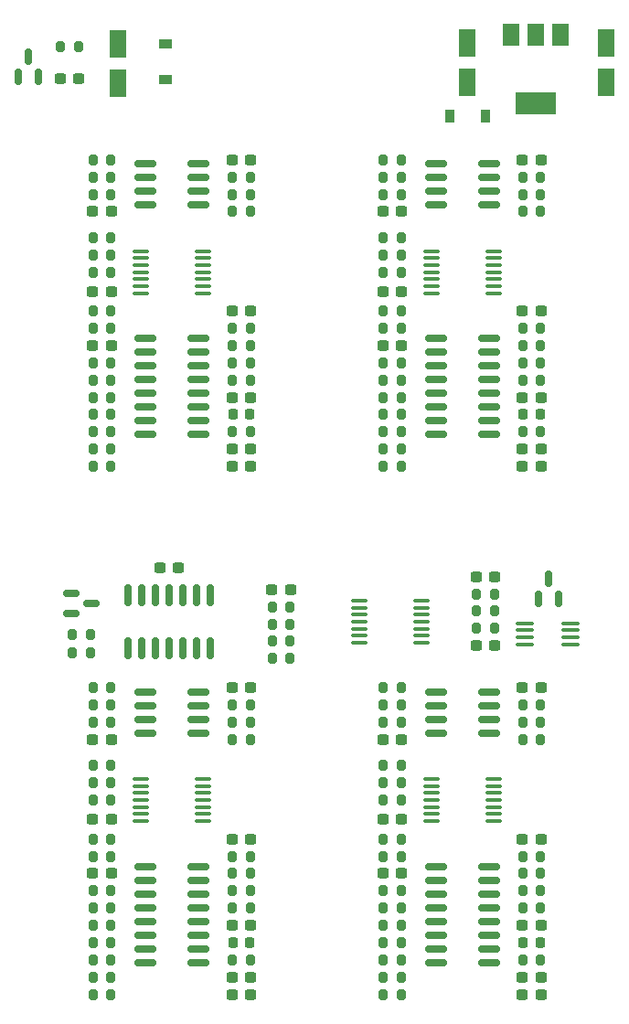
<source format=gbr>
%TF.GenerationSoftware,KiCad,Pcbnew,(6.0.11)*%
%TF.CreationDate,2023-04-16T18:13:22+01:00*%
%TF.ProjectId,Quadraphone,51756164-7261-4706-986f-6e652e6b6963,rev?*%
%TF.SameCoordinates,Original*%
%TF.FileFunction,Paste,Top*%
%TF.FilePolarity,Positive*%
%FSLAX46Y46*%
G04 Gerber Fmt 4.6, Leading zero omitted, Abs format (unit mm)*
G04 Created by KiCad (PCBNEW (6.0.11)) date 2023-04-16 18:13:22*
%MOMM*%
%LPD*%
G01*
G04 APERTURE LIST*
G04 Aperture macros list*
%AMRoundRect*
0 Rectangle with rounded corners*
0 $1 Rounding radius*
0 $2 $3 $4 $5 $6 $7 $8 $9 X,Y pos of 4 corners*
0 Add a 4 corners polygon primitive as box body*
4,1,4,$2,$3,$4,$5,$6,$7,$8,$9,$2,$3,0*
0 Add four circle primitives for the rounded corners*
1,1,$1+$1,$2,$3*
1,1,$1+$1,$4,$5*
1,1,$1+$1,$6,$7*
1,1,$1+$1,$8,$9*
0 Add four rect primitives between the rounded corners*
20,1,$1+$1,$2,$3,$4,$5,0*
20,1,$1+$1,$4,$5,$6,$7,0*
20,1,$1+$1,$6,$7,$8,$9,0*
20,1,$1+$1,$8,$9,$2,$3,0*%
G04 Aperture macros list end*
%ADD10RoundRect,0.237500X0.300000X0.237500X-0.300000X0.237500X-0.300000X-0.237500X0.300000X-0.237500X0*%
%ADD11RoundRect,0.218750X-0.218750X-0.256250X0.218750X-0.256250X0.218750X0.256250X-0.218750X0.256250X0*%
%ADD12RoundRect,0.200000X-0.200000X-0.275000X0.200000X-0.275000X0.200000X0.275000X-0.200000X0.275000X0*%
%ADD13RoundRect,0.237500X-0.300000X-0.237500X0.300000X-0.237500X0.300000X0.237500X-0.300000X0.237500X0*%
%ADD14RoundRect,0.200000X0.200000X0.275000X-0.200000X0.275000X-0.200000X-0.275000X0.200000X-0.275000X0*%
%ADD15RoundRect,0.150000X0.825000X0.150000X-0.825000X0.150000X-0.825000X-0.150000X0.825000X-0.150000X0*%
%ADD16RoundRect,0.150000X0.150000X-0.587500X0.150000X0.587500X-0.150000X0.587500X-0.150000X-0.587500X0*%
%ADD17RoundRect,0.150000X-0.150000X0.825000X-0.150000X-0.825000X0.150000X-0.825000X0.150000X0.825000X0*%
%ADD18RoundRect,0.100000X0.712500X0.100000X-0.712500X0.100000X-0.712500X-0.100000X0.712500X-0.100000X0*%
%ADD19RoundRect,0.100000X0.637500X0.100000X-0.637500X0.100000X-0.637500X-0.100000X0.637500X-0.100000X0*%
%ADD20RoundRect,0.250000X0.550000X-1.050000X0.550000X1.050000X-0.550000X1.050000X-0.550000X-1.050000X0*%
%ADD21RoundRect,0.150000X-0.587500X-0.150000X0.587500X-0.150000X0.587500X0.150000X-0.587500X0.150000X0*%
%ADD22R,1.200000X0.900000*%
%ADD23R,0.900000X1.200000*%
%ADD24RoundRect,0.150000X-0.825000X-0.150000X0.825000X-0.150000X0.825000X0.150000X-0.825000X0.150000X0*%
%ADD25R,1.500000X2.000000*%
%ADD26R,3.800000X2.000000*%
G04 APERTURE END LIST*
D10*
%TO.C,C40*%
X87362500Y-117400000D03*
X85637500Y-117400000D03*
%TD*%
D11*
%TO.C,D3*%
X71712500Y-87300000D03*
X73287500Y-87300000D03*
%TD*%
D12*
%TO.C,R2*%
X75375000Y-106700000D03*
X77025000Y-106700000D03*
%TD*%
D10*
%TO.C,C31*%
X73362500Y-141000000D03*
X71637500Y-141000000D03*
%TD*%
%TO.C,C4*%
X73362500Y-77700000D03*
X71637500Y-77700000D03*
%TD*%
D13*
%TO.C,C16*%
X98537500Y-85700000D03*
X100262500Y-85700000D03*
%TD*%
D14*
%TO.C,R82*%
X60425000Y-131400000D03*
X58775000Y-131400000D03*
%TD*%
D12*
%TO.C,R8*%
X71675000Y-82500000D03*
X73325000Y-82500000D03*
%TD*%
D14*
%TO.C,R95*%
X60425000Y-119800000D03*
X58775000Y-119800000D03*
%TD*%
%TO.C,R43*%
X87325000Y-92100000D03*
X85675000Y-92100000D03*
%TD*%
%TO.C,R4*%
X95925000Y-107100000D03*
X94275000Y-107100000D03*
%TD*%
%TO.C,R13*%
X87325000Y-128200000D03*
X85675000Y-128200000D03*
%TD*%
D15*
%TO.C,U18*%
X95475000Y-116805000D03*
X95475000Y-115535000D03*
X95475000Y-114265000D03*
X95475000Y-112995000D03*
X90525000Y-112995000D03*
X90525000Y-114265000D03*
X90525000Y-115535000D03*
X90525000Y-116805000D03*
%TD*%
D16*
%TO.C,U14*%
X100000000Y-104337500D03*
X101900000Y-104337500D03*
X100950000Y-102462500D03*
%TD*%
D10*
%TO.C,C9*%
X77062500Y-103500000D03*
X75337500Y-103500000D03*
%TD*%
D17*
%TO.C,U5*%
X69610000Y-104025000D03*
X68340000Y-104025000D03*
X67070000Y-104025000D03*
X65800000Y-104025000D03*
X64530000Y-104025000D03*
X63260000Y-104025000D03*
X61990000Y-104025000D03*
X61990000Y-108975000D03*
X63260000Y-108975000D03*
X64530000Y-108975000D03*
X65800000Y-108975000D03*
X67070000Y-108975000D03*
X68340000Y-108975000D03*
X69610000Y-108975000D03*
%TD*%
D18*
%TO.C,U3*%
X103012500Y-108575000D03*
X103012500Y-107925000D03*
X103012500Y-107275000D03*
X103012500Y-106625000D03*
X98787500Y-106625000D03*
X98787500Y-107275000D03*
X98787500Y-107925000D03*
X98787500Y-108575000D03*
%TD*%
D12*
%TO.C,R39*%
X85675000Y-85700000D03*
X87325000Y-85700000D03*
%TD*%
%TO.C,R22*%
X58775000Y-88900000D03*
X60425000Y-88900000D03*
%TD*%
%TO.C,R64*%
X85675000Y-137800000D03*
X87325000Y-137800000D03*
%TD*%
D10*
%TO.C,C33*%
X60462500Y-75900000D03*
X58737500Y-75900000D03*
%TD*%
D14*
%TO.C,R9*%
X73325000Y-88900000D03*
X71675000Y-88900000D03*
%TD*%
D12*
%TO.C,R44*%
X98575000Y-66900000D03*
X100225000Y-66900000D03*
%TD*%
D14*
%TO.C,R11*%
X60425000Y-72500000D03*
X58775000Y-72500000D03*
%TD*%
D11*
%TO.C,D5*%
X98612500Y-136200000D03*
X100187500Y-136200000D03*
%TD*%
D19*
%TO.C,U15*%
X68962500Y-124950000D03*
X68962500Y-124300000D03*
X68962500Y-123650000D03*
X68962500Y-123000000D03*
X68962500Y-122350000D03*
X68962500Y-121700000D03*
X68962500Y-121050000D03*
X63237500Y-121050000D03*
X63237500Y-121700000D03*
X63237500Y-122350000D03*
X63237500Y-123000000D03*
X63237500Y-123650000D03*
X63237500Y-124300000D03*
X63237500Y-124950000D03*
%TD*%
D12*
%TO.C,R21*%
X58775000Y-63700000D03*
X60425000Y-63700000D03*
%TD*%
D20*
%TO.C,C11*%
X93400000Y-56500000D03*
X93400000Y-52900000D03*
%TD*%
D12*
%TO.C,R29*%
X58775000Y-65300000D03*
X60425000Y-65300000D03*
%TD*%
%TO.C,R91*%
X71675000Y-117400000D03*
X73325000Y-117400000D03*
%TD*%
D13*
%TO.C,C22*%
X98537500Y-134600000D03*
X100262500Y-134600000D03*
%TD*%
D14*
%TO.C,R77*%
X60425000Y-121400000D03*
X58775000Y-121400000D03*
%TD*%
D12*
%TO.C,R34*%
X85675000Y-87300000D03*
X87325000Y-87300000D03*
%TD*%
%TO.C,R18*%
X58775000Y-87300000D03*
X60425000Y-87300000D03*
%TD*%
%TO.C,R92*%
X58775000Y-112600000D03*
X60425000Y-112600000D03*
%TD*%
D15*
%TO.C,U13*%
X95475000Y-67905000D03*
X95475000Y-66635000D03*
X95475000Y-65365000D03*
X95475000Y-64095000D03*
X90525000Y-64095000D03*
X90525000Y-65365000D03*
X90525000Y-66635000D03*
X90525000Y-67905000D03*
%TD*%
D10*
%TO.C,C35*%
X87362500Y-75900000D03*
X85637500Y-75900000D03*
%TD*%
D13*
%TO.C,C24*%
X98537500Y-112600000D03*
X100262500Y-112600000D03*
%TD*%
D12*
%TO.C,R7*%
X94275000Y-103900000D03*
X95925000Y-103900000D03*
%TD*%
D14*
%TO.C,R35*%
X87325000Y-77700000D03*
X85675000Y-77700000D03*
%TD*%
D10*
%TO.C,C29*%
X73362500Y-139400000D03*
X71637500Y-139400000D03*
%TD*%
%TO.C,C19*%
X100262500Y-92100000D03*
X98537500Y-92100000D03*
%TD*%
D14*
%TO.C,R5*%
X95925000Y-105500000D03*
X94275000Y-105500000D03*
%TD*%
D12*
%TO.C,R73*%
X98575000Y-114200000D03*
X100225000Y-114200000D03*
%TD*%
D15*
%TO.C,U16*%
X68575000Y-116805000D03*
X68575000Y-115535000D03*
X68575000Y-114265000D03*
X68575000Y-112995000D03*
X63625000Y-112995000D03*
X63625000Y-114265000D03*
X63625000Y-115535000D03*
X63625000Y-116805000D03*
%TD*%
D14*
%TO.C,R31*%
X87325000Y-72500000D03*
X85675000Y-72500000D03*
%TD*%
%TO.C,R75*%
X100225000Y-129800000D03*
X98575000Y-129800000D03*
%TD*%
%TO.C,R94*%
X60425000Y-139400000D03*
X58775000Y-139400000D03*
%TD*%
%TO.C,R76*%
X100225000Y-133000000D03*
X98575000Y-133000000D03*
%TD*%
D10*
%TO.C,C6*%
X73362500Y-90500000D03*
X71637500Y-90500000D03*
%TD*%
D14*
%TO.C,R24*%
X73325000Y-80900000D03*
X71675000Y-80900000D03*
%TD*%
D12*
%TO.C,R32*%
X85675000Y-84100000D03*
X87325000Y-84100000D03*
%TD*%
D14*
%TO.C,R63*%
X87325000Y-123000000D03*
X85675000Y-123000000D03*
%TD*%
D13*
%TO.C,C26*%
X58737500Y-129800000D03*
X60462500Y-129800000D03*
%TD*%
D10*
%TO.C,C25*%
X100262500Y-141000000D03*
X98537500Y-141000000D03*
%TD*%
D12*
%TO.C,R74*%
X85675000Y-114200000D03*
X87325000Y-114200000D03*
%TD*%
D19*
%TO.C,U11*%
X95862500Y-124950000D03*
X95862500Y-124300000D03*
X95862500Y-123650000D03*
X95862500Y-123000000D03*
X95862500Y-122350000D03*
X95862500Y-121700000D03*
X95862500Y-121050000D03*
X90137500Y-121050000D03*
X90137500Y-121700000D03*
X90137500Y-122350000D03*
X90137500Y-123000000D03*
X90137500Y-123650000D03*
X90137500Y-124300000D03*
X90137500Y-124950000D03*
%TD*%
D14*
%TO.C,R66*%
X87325000Y-141000000D03*
X85675000Y-141000000D03*
%TD*%
%TO.C,R89*%
X60425000Y-141000000D03*
X58775000Y-141000000D03*
%TD*%
D10*
%TO.C,C27*%
X73362500Y-126600000D03*
X71637500Y-126600000D03*
%TD*%
D12*
%TO.C,R68*%
X98575000Y-117400000D03*
X100225000Y-117400000D03*
%TD*%
%TO.C,R90*%
X71675000Y-115800000D03*
X73325000Y-115800000D03*
%TD*%
%TO.C,R17*%
X58775000Y-85700000D03*
X60425000Y-85700000D03*
%TD*%
D20*
%TO.C,C12*%
X61100000Y-56600000D03*
X61100000Y-53000000D03*
%TD*%
D12*
%TO.C,R87*%
X58775000Y-137800000D03*
X60425000Y-137800000D03*
%TD*%
D10*
%TO.C,C36*%
X87362500Y-68500000D03*
X85637500Y-68500000D03*
%TD*%
%TO.C,C15*%
X100262500Y-77700000D03*
X98537500Y-77700000D03*
%TD*%
D12*
%TO.C,R62*%
X85675000Y-134600000D03*
X87325000Y-134600000D03*
%TD*%
D10*
%TO.C,C21*%
X100262500Y-126600000D03*
X98537500Y-126600000D03*
%TD*%
D14*
%TO.C,R52*%
X100225000Y-80900000D03*
X98575000Y-80900000D03*
%TD*%
%TO.C,R23*%
X60425000Y-92100000D03*
X58775000Y-92100000D03*
%TD*%
D10*
%TO.C,C1*%
X95962500Y-108700000D03*
X94237500Y-108700000D03*
%TD*%
%TO.C,C8*%
X73362500Y-92100000D03*
X71637500Y-92100000D03*
%TD*%
%TO.C,C39*%
X87362500Y-124800000D03*
X85637500Y-124800000D03*
%TD*%
D14*
%TO.C,R47*%
X87325000Y-66900000D03*
X85675000Y-66900000D03*
%TD*%
D21*
%TO.C,Q1*%
X56762500Y-103850000D03*
X56762500Y-105750000D03*
X58637500Y-104800000D03*
%TD*%
D22*
%TO.C,D2*%
X65500000Y-56250000D03*
X65500000Y-52950000D03*
%TD*%
D12*
%TO.C,R38*%
X98575000Y-82500000D03*
X100225000Y-82500000D03*
%TD*%
D19*
%TO.C,U7*%
X95862500Y-76050000D03*
X95862500Y-75400000D03*
X95862500Y-74750000D03*
X95862500Y-74100000D03*
X95862500Y-73450000D03*
X95862500Y-72800000D03*
X95862500Y-72150000D03*
X90137500Y-72150000D03*
X90137500Y-72800000D03*
X90137500Y-73450000D03*
X90137500Y-74100000D03*
X90137500Y-74750000D03*
X90137500Y-75400000D03*
X90137500Y-76050000D03*
%TD*%
D14*
%TO.C,R100*%
X57425000Y-53200000D03*
X55775000Y-53200000D03*
%TD*%
D12*
%TO.C,R19*%
X71675000Y-66900000D03*
X73325000Y-66900000D03*
%TD*%
D13*
%TO.C,C41*%
X71637500Y-63700000D03*
X73362500Y-63700000D03*
%TD*%
D10*
%TO.C,C34*%
X60462500Y-68500000D03*
X58737500Y-68500000D03*
%TD*%
D11*
%TO.C,D4*%
X98612500Y-87300000D03*
X100187500Y-87300000D03*
%TD*%
D12*
%TO.C,R37*%
X58775000Y-84100000D03*
X60425000Y-84100000D03*
%TD*%
D14*
%TO.C,R60*%
X87325000Y-79300000D03*
X85675000Y-79300000D03*
%TD*%
D12*
%TO.C,R67*%
X98575000Y-115800000D03*
X100225000Y-115800000D03*
%TD*%
%TO.C,R45*%
X98575000Y-68500000D03*
X100225000Y-68500000D03*
%TD*%
D13*
%TO.C,C13*%
X58737500Y-80900000D03*
X60462500Y-80900000D03*
%TD*%
%TO.C,C10*%
X55737500Y-56200000D03*
X57462500Y-56200000D03*
%TD*%
D12*
%TO.C,R56*%
X98575000Y-128200000D03*
X100225000Y-128200000D03*
%TD*%
D14*
%TO.C,R25*%
X60425000Y-79300000D03*
X58775000Y-79300000D03*
%TD*%
%TO.C,R83*%
X60425000Y-128200000D03*
X58775000Y-128200000D03*
%TD*%
%TO.C,R88*%
X73325000Y-137800000D03*
X71675000Y-137800000D03*
%TD*%
%TO.C,R12*%
X60425000Y-77700000D03*
X58775000Y-77700000D03*
%TD*%
D12*
%TO.C,R10*%
X71675000Y-79300000D03*
X73325000Y-79300000D03*
%TD*%
D13*
%TO.C,C30*%
X71637500Y-112600000D03*
X73362500Y-112600000D03*
%TD*%
D12*
%TO.C,R69*%
X85675000Y-112600000D03*
X87325000Y-112600000D03*
%TD*%
D14*
%TO.C,R81*%
X60425000Y-126600000D03*
X58775000Y-126600000D03*
%TD*%
D12*
%TO.C,R61*%
X98575000Y-131400000D03*
X100225000Y-131400000D03*
%TD*%
D11*
%TO.C,D6*%
X71712500Y-136200000D03*
X73287500Y-136200000D03*
%TD*%
D12*
%TO.C,R79*%
X71675000Y-128200000D03*
X73325000Y-128200000D03*
%TD*%
%TO.C,R46*%
X85675000Y-63700000D03*
X87325000Y-63700000D03*
%TD*%
D23*
%TO.C,D1*%
X95118750Y-59700000D03*
X91818750Y-59700000D03*
%TD*%
D14*
%TO.C,R36*%
X87325000Y-82500000D03*
X85675000Y-82500000D03*
%TD*%
%TO.C,R98*%
X73325000Y-131400000D03*
X71675000Y-131400000D03*
%TD*%
D24*
%TO.C,U22*%
X63625000Y-129155000D03*
X63625000Y-130425000D03*
X63625000Y-131695000D03*
X63625000Y-132965000D03*
X63625000Y-134235000D03*
X63625000Y-135505000D03*
X63625000Y-136775000D03*
X63625000Y-138045000D03*
X68575000Y-138045000D03*
X68575000Y-136775000D03*
X68575000Y-135505000D03*
X68575000Y-134235000D03*
X68575000Y-132965000D03*
X68575000Y-131695000D03*
X68575000Y-130425000D03*
X68575000Y-129155000D03*
%TD*%
D12*
%TO.C,R33*%
X98575000Y-79300000D03*
X100225000Y-79300000D03*
%TD*%
%TO.C,R41*%
X85675000Y-88900000D03*
X87325000Y-88900000D03*
%TD*%
D14*
%TO.C,R30*%
X73325000Y-84100000D03*
X71675000Y-84100000D03*
%TD*%
D24*
%TO.C,U17*%
X90525000Y-129155000D03*
X90525000Y-130425000D03*
X90525000Y-131695000D03*
X90525000Y-132965000D03*
X90525000Y-134235000D03*
X90525000Y-135505000D03*
X90525000Y-136775000D03*
X90525000Y-138045000D03*
X95475000Y-138045000D03*
X95475000Y-136775000D03*
X95475000Y-135505000D03*
X95475000Y-134235000D03*
X95475000Y-132965000D03*
X95475000Y-131695000D03*
X95475000Y-130425000D03*
X95475000Y-129155000D03*
%TD*%
D14*
%TO.C,R102*%
X58525000Y-107700000D03*
X56875000Y-107700000D03*
%TD*%
D12*
%TO.C,R84*%
X71675000Y-133000000D03*
X73325000Y-133000000D03*
%TD*%
D10*
%TO.C,C7*%
X95962500Y-102300000D03*
X94237500Y-102300000D03*
%TD*%
D14*
%TO.C,R48*%
X87325000Y-90500000D03*
X85675000Y-90500000D03*
%TD*%
D12*
%TO.C,R20*%
X71675000Y-68500000D03*
X73325000Y-68500000D03*
%TD*%
%TO.C,R50*%
X98575000Y-65300000D03*
X100225000Y-65300000D03*
%TD*%
%TO.C,R55*%
X85675000Y-133000000D03*
X87325000Y-133000000D03*
%TD*%
D10*
%TO.C,C17*%
X100262500Y-90500000D03*
X98537500Y-90500000D03*
%TD*%
%TO.C,C32*%
X66662500Y-101500000D03*
X64937500Y-101500000D03*
%TD*%
D16*
%TO.C,U4*%
X51850000Y-56037500D03*
X53750000Y-56037500D03*
X52800000Y-54162500D03*
%TD*%
D13*
%TO.C,C18*%
X98537500Y-63700000D03*
X100262500Y-63700000D03*
%TD*%
D10*
%TO.C,C37*%
X60462500Y-124800000D03*
X58737500Y-124800000D03*
%TD*%
D13*
%TO.C,C14*%
X85637500Y-80900000D03*
X87362500Y-80900000D03*
%TD*%
D12*
%TO.C,R85*%
X58775000Y-134600000D03*
X60425000Y-134600000D03*
%TD*%
D14*
%TO.C,R16*%
X60425000Y-90500000D03*
X58775000Y-90500000D03*
%TD*%
D20*
%TO.C,C3*%
X106268750Y-56500000D03*
X106268750Y-52900000D03*
%TD*%
D12*
%TO.C,R80*%
X58775000Y-136200000D03*
X60425000Y-136200000D03*
%TD*%
D14*
%TO.C,R72*%
X87325000Y-119800000D03*
X85675000Y-119800000D03*
%TD*%
%TO.C,R71*%
X87325000Y-139400000D03*
X85675000Y-139400000D03*
%TD*%
D10*
%TO.C,C23*%
X100262500Y-139400000D03*
X98537500Y-139400000D03*
%TD*%
D12*
%TO.C,R57*%
X85675000Y-136200000D03*
X87325000Y-136200000D03*
%TD*%
D19*
%TO.C,U6*%
X68962500Y-76050000D03*
X68962500Y-75400000D03*
X68962500Y-74750000D03*
X68962500Y-74100000D03*
X68962500Y-73450000D03*
X68962500Y-72800000D03*
X68962500Y-72150000D03*
X63237500Y-72150000D03*
X63237500Y-72800000D03*
X63237500Y-73450000D03*
X63237500Y-74100000D03*
X63237500Y-74750000D03*
X63237500Y-75400000D03*
X63237500Y-76050000D03*
%TD*%
D14*
%TO.C,R86*%
X60425000Y-123000000D03*
X58775000Y-123000000D03*
%TD*%
%TO.C,R99*%
X73325000Y-129800000D03*
X71675000Y-129800000D03*
%TD*%
%TO.C,R58*%
X87325000Y-126600000D03*
X85675000Y-126600000D03*
%TD*%
D19*
%TO.C,U8*%
X89162500Y-108437291D03*
X89162500Y-107787291D03*
X89162500Y-107137291D03*
X89162500Y-106487291D03*
X89162500Y-105837291D03*
X89162500Y-105187291D03*
X89162500Y-104537291D03*
X83437500Y-104537291D03*
X83437500Y-105187291D03*
X83437500Y-105837291D03*
X83437500Y-106487291D03*
X83437500Y-107137291D03*
X83437500Y-107787291D03*
X83437500Y-108437291D03*
%TD*%
D14*
%TO.C,R59*%
X87325000Y-131400000D03*
X85675000Y-131400000D03*
%TD*%
D15*
%TO.C,U10*%
X68575000Y-67905000D03*
X68575000Y-66635000D03*
X68575000Y-65365000D03*
X68575000Y-64095000D03*
X63625000Y-64095000D03*
X63625000Y-65365000D03*
X63625000Y-66635000D03*
X63625000Y-67905000D03*
%TD*%
D12*
%TO.C,R78*%
X58775000Y-133000000D03*
X60425000Y-133000000D03*
%TD*%
D13*
%TO.C,C5*%
X71637500Y-85700000D03*
X73362500Y-85700000D03*
%TD*%
D14*
%TO.C,R70*%
X87325000Y-115800000D03*
X85675000Y-115800000D03*
%TD*%
D13*
%TO.C,C20*%
X85637500Y-129800000D03*
X87362500Y-129800000D03*
%TD*%
D14*
%TO.C,R42*%
X100225000Y-88900000D03*
X98575000Y-88900000D03*
%TD*%
%TO.C,R54*%
X87325000Y-121400000D03*
X85675000Y-121400000D03*
%TD*%
%TO.C,R53*%
X100225000Y-84100000D03*
X98575000Y-84100000D03*
%TD*%
D24*
%TO.C,U9*%
X63625000Y-80255000D03*
X63625000Y-81525000D03*
X63625000Y-82795000D03*
X63625000Y-84065000D03*
X63625000Y-85335000D03*
X63625000Y-86605000D03*
X63625000Y-87875000D03*
X63625000Y-89145000D03*
X68575000Y-89145000D03*
X68575000Y-87875000D03*
X68575000Y-86605000D03*
X68575000Y-85335000D03*
X68575000Y-84065000D03*
X68575000Y-82795000D03*
X68575000Y-81525000D03*
X68575000Y-80255000D03*
%TD*%
D14*
%TO.C,R26*%
X60425000Y-66900000D03*
X58775000Y-66900000D03*
%TD*%
D12*
%TO.C,R51*%
X85675000Y-65300000D03*
X87325000Y-65300000D03*
%TD*%
D14*
%TO.C,R65*%
X100225000Y-137800000D03*
X98575000Y-137800000D03*
%TD*%
D13*
%TO.C,C28*%
X71637500Y-134600000D03*
X73362500Y-134600000D03*
%TD*%
D25*
%TO.C,U1*%
X102100000Y-52150000D03*
D26*
X99800000Y-58450000D03*
D25*
X99800000Y-52150000D03*
X97500000Y-52150000D03*
%TD*%
D12*
%TO.C,R28*%
X71675000Y-65300000D03*
X73325000Y-65300000D03*
%TD*%
D10*
%TO.C,C38*%
X60462500Y-117400000D03*
X58737500Y-117400000D03*
%TD*%
D12*
%TO.C,R1*%
X75375000Y-105100000D03*
X77025000Y-105100000D03*
%TD*%
D14*
%TO.C,R15*%
X60425000Y-74100000D03*
X58775000Y-74100000D03*
%TD*%
%TO.C,R40*%
X87325000Y-74100000D03*
X85675000Y-74100000D03*
%TD*%
%TO.C,R93*%
X60425000Y-115800000D03*
X58775000Y-115800000D03*
%TD*%
%TO.C,R27*%
X60425000Y-70900000D03*
X58775000Y-70900000D03*
%TD*%
D12*
%TO.C,R3*%
X75375000Y-108300000D03*
X77025000Y-108300000D03*
%TD*%
%TO.C,R97*%
X58775000Y-114200000D03*
X60425000Y-114200000D03*
%TD*%
D14*
%TO.C,R49*%
X87325000Y-70900000D03*
X85675000Y-70900000D03*
%TD*%
%TO.C,R14*%
X60425000Y-82500000D03*
X58775000Y-82500000D03*
%TD*%
D24*
%TO.C,U12*%
X90525000Y-80255000D03*
X90525000Y-81525000D03*
X90525000Y-82795000D03*
X90525000Y-84065000D03*
X90525000Y-85335000D03*
X90525000Y-86605000D03*
X90525000Y-87875000D03*
X90525000Y-89145000D03*
X95475000Y-89145000D03*
X95475000Y-87875000D03*
X95475000Y-86605000D03*
X95475000Y-85335000D03*
X95475000Y-84065000D03*
X95475000Y-82795000D03*
X95475000Y-81525000D03*
X95475000Y-80255000D03*
%TD*%
D14*
%TO.C,R101*%
X58525000Y-109400000D03*
X56875000Y-109400000D03*
%TD*%
D12*
%TO.C,R96*%
X71675000Y-114200000D03*
X73325000Y-114200000D03*
%TD*%
%TO.C,R6*%
X75375000Y-109900000D03*
X77025000Y-109900000D03*
%TD*%
M02*

</source>
